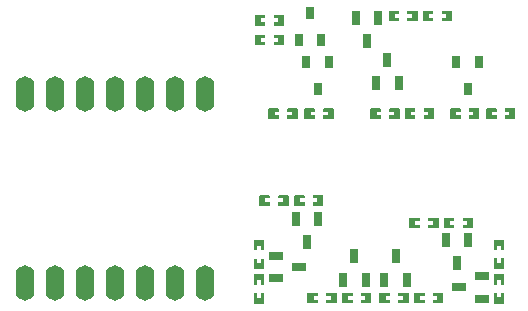
<source format=gtp>
G04 Layer: TopPasteMaskLayer*
G04 EasyEDA v6.5.29, 2023-07-06 22:18:42*
G04 26de12d81895481dba0b46256d096437,4bfb672c99b74c95bcb02992393faf10,10*
G04 Gerber Generator version 0.2*
G04 Scale: 100 percent, Rotated: No, Reflected: No *
G04 Dimensions in millimeters *
G04 leading zeros omitted , absolute positions ,4 integer and 5 decimal *
%FSLAX45Y45*%
%MOMM*%

%ADD10R,0.7000X1.2500*%
%ADD11R,1.2500X0.7000*%
%ADD12R,0.8000X1.0000*%
%ADD13O,1.5999968X2.999994*%
%ADD14C,0.1000*%
%ADD15C,0.0162*%

%LPD*%
G36*
X6866381Y9468408D02*
G01*
X6861352Y9463379D01*
X6861352Y9383420D01*
X6866381Y9378391D01*
X6946341Y9378391D01*
X6951370Y9383420D01*
X6951370Y9406178D01*
X6914388Y9406178D01*
X6914388Y9439198D01*
X6951370Y9439198D01*
X6951370Y9463379D01*
X6946341Y9468408D01*
G37*
G36*
X7026351Y9468408D02*
G01*
X7021372Y9463379D01*
X7021372Y9439198D01*
X7059371Y9439198D01*
X7059371Y9406178D01*
X7021372Y9406178D01*
X7021372Y9383420D01*
X7026351Y9378391D01*
X7105345Y9378391D01*
X7110374Y9383420D01*
X7110374Y9463379D01*
X7105345Y9468408D01*
G37*
G36*
X7757820Y7077506D02*
G01*
X7752791Y7072477D01*
X7752791Y6992518D01*
X7757820Y6987489D01*
X7837779Y6987489D01*
X7842808Y6992518D01*
X7842808Y7072477D01*
X7837779Y7077506D01*
X7815021Y7077506D01*
X7815021Y7040473D01*
X7782001Y7040473D01*
X7782001Y7077506D01*
G37*
G36*
X7757820Y7236510D02*
G01*
X7752791Y7231481D01*
X7752791Y7152487D01*
X7757820Y7147509D01*
X7782001Y7147509D01*
X7782001Y7185507D01*
X7815021Y7185507D01*
X7815021Y7147509D01*
X7837779Y7147509D01*
X7842808Y7152487D01*
X7842808Y7231481D01*
X7837779Y7236510D01*
G37*
G36*
X6225286Y7906308D02*
G01*
X6220256Y7901279D01*
X6220256Y7878521D01*
X6257290Y7878521D01*
X6257290Y7845501D01*
X6220256Y7845501D01*
X6220256Y7821320D01*
X6225286Y7816291D01*
X6305245Y7816291D01*
X6310274Y7821320D01*
X6310274Y7901279D01*
X6305245Y7906308D01*
G37*
G36*
X6066282Y7906308D02*
G01*
X6061252Y7901279D01*
X6061252Y7821320D01*
X6066282Y7816291D01*
X6145276Y7816291D01*
X6150254Y7821320D01*
X6150254Y7845501D01*
X6112256Y7845501D01*
X6112256Y7878521D01*
X6150254Y7878521D01*
X6150254Y7901279D01*
X6145276Y7906308D01*
G37*
G36*
X7156754Y9468408D02*
G01*
X7151725Y9463379D01*
X7151725Y9383420D01*
X7156754Y9378391D01*
X7236714Y9378391D01*
X7241743Y9383420D01*
X7241743Y9406178D01*
X7204709Y9406178D01*
X7204709Y9439198D01*
X7241743Y9439198D01*
X7241743Y9463379D01*
X7236714Y9468408D01*
G37*
G36*
X7316724Y9468408D02*
G01*
X7311745Y9463379D01*
X7311745Y9439198D01*
X7349744Y9439198D01*
X7349744Y9406178D01*
X7311745Y9406178D01*
X7311745Y9383420D01*
X7316724Y9378391D01*
X7395718Y9378391D01*
X7400747Y9383420D01*
X7400747Y9463379D01*
X7395718Y9468408D01*
G37*
G36*
X7757820Y7369606D02*
G01*
X7752791Y7364577D01*
X7752791Y7284618D01*
X7757820Y7279589D01*
X7837779Y7279589D01*
X7842808Y7284618D01*
X7842808Y7364577D01*
X7837779Y7369606D01*
X7815021Y7369606D01*
X7815021Y7332573D01*
X7782001Y7332573D01*
X7782001Y7369606D01*
G37*
G36*
X7757820Y7528610D02*
G01*
X7752791Y7523581D01*
X7752791Y7444587D01*
X7757820Y7439609D01*
X7782001Y7439609D01*
X7782001Y7477607D01*
X7815021Y7477607D01*
X7815021Y7439609D01*
X7837779Y7439609D01*
X7842808Y7444587D01*
X7842808Y7523581D01*
X7837779Y7528610D01*
G37*
G36*
X5932322Y7906308D02*
G01*
X5927293Y7901279D01*
X5927293Y7878521D01*
X5964275Y7878521D01*
X5964275Y7845501D01*
X5927293Y7845501D01*
X5927293Y7821320D01*
X5932322Y7816291D01*
X6012281Y7816291D01*
X6017310Y7821320D01*
X6017310Y7901279D01*
X6012281Y7906308D01*
G37*
G36*
X5773318Y7906308D02*
G01*
X5768289Y7901279D01*
X5768289Y7821320D01*
X5773318Y7816291D01*
X5852312Y7816291D01*
X5857290Y7821320D01*
X5857290Y7845501D01*
X5819292Y7845501D01*
X5819292Y7878521D01*
X5857290Y7878521D01*
X5857290Y7901279D01*
X5852312Y7906308D01*
G37*
G36*
X7691018Y8642908D02*
G01*
X7685989Y8637879D01*
X7685989Y8557920D01*
X7691018Y8552891D01*
X7770977Y8552891D01*
X7776006Y8557920D01*
X7776006Y8580678D01*
X7739024Y8580678D01*
X7739024Y8613698D01*
X7776006Y8613698D01*
X7776006Y8637879D01*
X7770977Y8642908D01*
G37*
G36*
X7850987Y8642908D02*
G01*
X7846009Y8637879D01*
X7846009Y8613698D01*
X7884007Y8613698D01*
X7884007Y8580678D01*
X7846009Y8580678D01*
X7846009Y8557920D01*
X7850987Y8552891D01*
X7929981Y8552891D01*
X7935010Y8557920D01*
X7935010Y8637879D01*
X7929981Y8642908D01*
G37*
G36*
X5734354Y9265208D02*
G01*
X5729325Y9260179D01*
X5729325Y9180220D01*
X5734354Y9175191D01*
X5814314Y9175191D01*
X5819343Y9180220D01*
X5819343Y9202978D01*
X5782310Y9202978D01*
X5782310Y9235998D01*
X5819343Y9235998D01*
X5819343Y9260179D01*
X5814314Y9265208D01*
G37*
G36*
X5894324Y9265208D02*
G01*
X5889345Y9260179D01*
X5889345Y9235998D01*
X5927344Y9235998D01*
X5927344Y9202978D01*
X5889345Y9202978D01*
X5889345Y9180220D01*
X5894324Y9175191D01*
X5973318Y9175191D01*
X5978347Y9180220D01*
X5978347Y9260179D01*
X5973318Y9265208D01*
G37*
G36*
X6154318Y8642908D02*
G01*
X6149289Y8637879D01*
X6149289Y8557920D01*
X6154318Y8552891D01*
X6234277Y8552891D01*
X6239306Y8557920D01*
X6239306Y8580678D01*
X6202324Y8580678D01*
X6202324Y8613698D01*
X6239306Y8613698D01*
X6239306Y8637879D01*
X6234277Y8642908D01*
G37*
G36*
X6314287Y8642908D02*
G01*
X6309309Y8637879D01*
X6309309Y8613698D01*
X6347307Y8613698D01*
X6347307Y8580678D01*
X6309309Y8580678D01*
X6309309Y8557920D01*
X6314287Y8552891D01*
X6393281Y8552891D01*
X6398310Y8557920D01*
X6398310Y8637879D01*
X6393281Y8642908D01*
G37*
G36*
X7386218Y8642908D02*
G01*
X7381189Y8637879D01*
X7381189Y8557920D01*
X7386218Y8552891D01*
X7466177Y8552891D01*
X7471206Y8557920D01*
X7471206Y8580678D01*
X7434224Y8580678D01*
X7434224Y8613698D01*
X7471206Y8613698D01*
X7471206Y8637879D01*
X7466177Y8642908D01*
G37*
G36*
X7546187Y8642908D02*
G01*
X7541209Y8637879D01*
X7541209Y8613698D01*
X7579207Y8613698D01*
X7579207Y8580678D01*
X7541209Y8580678D01*
X7541209Y8557920D01*
X7546187Y8552891D01*
X7625181Y8552891D01*
X7630210Y8557920D01*
X7630210Y8637879D01*
X7625181Y8642908D01*
G37*
G36*
X5893358Y9430308D02*
G01*
X5888329Y9425279D01*
X5888329Y9402521D01*
X5925312Y9402521D01*
X5925312Y9369501D01*
X5888329Y9369501D01*
X5888329Y9345320D01*
X5893358Y9340291D01*
X5973318Y9340291D01*
X5978347Y9345320D01*
X5978347Y9425279D01*
X5973318Y9430308D01*
G37*
G36*
X5734354Y9430308D02*
G01*
X5729325Y9425279D01*
X5729325Y9345320D01*
X5734354Y9340291D01*
X5813348Y9340291D01*
X5818327Y9345320D01*
X5818327Y9369501D01*
X5780328Y9369501D01*
X5780328Y9402521D01*
X5818327Y9402521D01*
X5818327Y9425279D01*
X5813348Y9430308D01*
G37*
G36*
X5849518Y8642908D02*
G01*
X5844489Y8637879D01*
X5844489Y8557920D01*
X5849518Y8552891D01*
X5929477Y8552891D01*
X5934506Y8557920D01*
X5934506Y8580678D01*
X5897524Y8580678D01*
X5897524Y8613698D01*
X5934506Y8613698D01*
X5934506Y8637879D01*
X5929477Y8642908D01*
G37*
G36*
X6009487Y8642908D02*
G01*
X6004509Y8637879D01*
X6004509Y8613698D01*
X6042507Y8613698D01*
X6042507Y8580678D01*
X6004509Y8580678D01*
X6004509Y8557920D01*
X6009487Y8552891D01*
X6088481Y8552891D01*
X6093510Y8557920D01*
X6093510Y8637879D01*
X6088481Y8642908D01*
G37*
G36*
X5725820Y7528610D02*
G01*
X5720791Y7523581D01*
X5720791Y7443622D01*
X5725820Y7438593D01*
X5748578Y7438593D01*
X5748578Y7475626D01*
X5781598Y7475626D01*
X5781598Y7438593D01*
X5805779Y7438593D01*
X5810808Y7443622D01*
X5810808Y7523581D01*
X5805779Y7528610D01*
G37*
G36*
X5725820Y7368590D02*
G01*
X5720791Y7363612D01*
X5720791Y7284618D01*
X5725820Y7279589D01*
X5805779Y7279589D01*
X5810808Y7284618D01*
X5810808Y7363612D01*
X5805779Y7368590D01*
X5781598Y7368590D01*
X5781598Y7330592D01*
X5748578Y7330592D01*
X5748578Y7368590D01*
G37*
G36*
X6179718Y7080808D02*
G01*
X6174689Y7075779D01*
X6174689Y6995820D01*
X6179718Y6990791D01*
X6259677Y6990791D01*
X6264706Y6995820D01*
X6264706Y7018578D01*
X6227724Y7018578D01*
X6227724Y7051598D01*
X6264706Y7051598D01*
X6264706Y7075779D01*
X6259677Y7080808D01*
G37*
G36*
X6339687Y7080808D02*
G01*
X6334709Y7075779D01*
X6334709Y7051598D01*
X6372707Y7051598D01*
X6372707Y7018578D01*
X6334709Y7018578D01*
X6334709Y6995820D01*
X6339687Y6990791D01*
X6418681Y6990791D01*
X6423710Y6995820D01*
X6423710Y7075779D01*
X6418681Y7080808D01*
G37*
G36*
X6789318Y7080808D02*
G01*
X6784289Y7075779D01*
X6784289Y6995820D01*
X6789318Y6990791D01*
X6869277Y6990791D01*
X6874306Y6995820D01*
X6874306Y7018578D01*
X6837324Y7018578D01*
X6837324Y7051598D01*
X6874306Y7051598D01*
X6874306Y7075779D01*
X6869277Y7080808D01*
G37*
G36*
X6949287Y7080808D02*
G01*
X6944309Y7075779D01*
X6944309Y7051598D01*
X6982307Y7051598D01*
X6982307Y7018578D01*
X6944309Y7018578D01*
X6944309Y6995820D01*
X6949287Y6990791D01*
X7028281Y6990791D01*
X7033310Y6995820D01*
X7033310Y7075779D01*
X7028281Y7080808D01*
G37*
G36*
X5725820Y7236510D02*
G01*
X5720791Y7231481D01*
X5720791Y7151522D01*
X5725820Y7146493D01*
X5748578Y7146493D01*
X5748578Y7183526D01*
X5781598Y7183526D01*
X5781598Y7146493D01*
X5805779Y7146493D01*
X5810808Y7151522D01*
X5810808Y7231481D01*
X5805779Y7236510D01*
G37*
G36*
X5725820Y7076490D02*
G01*
X5720791Y7071512D01*
X5720791Y6992518D01*
X5725820Y6987489D01*
X5805779Y6987489D01*
X5810808Y6992518D01*
X5810808Y7071512D01*
X5805779Y7076490D01*
X5781598Y7076490D01*
X5781598Y7038492D01*
X5748578Y7038492D01*
X5748578Y7076490D01*
G37*
G36*
X6471818Y7080808D02*
G01*
X6466789Y7075779D01*
X6466789Y6995820D01*
X6471818Y6990791D01*
X6551777Y6990791D01*
X6556806Y6995820D01*
X6556806Y7018578D01*
X6519824Y7018578D01*
X6519824Y7051598D01*
X6556806Y7051598D01*
X6556806Y7075779D01*
X6551777Y7080808D01*
G37*
G36*
X6631787Y7080808D02*
G01*
X6626809Y7075779D01*
X6626809Y7051598D01*
X6664807Y7051598D01*
X6664807Y7018578D01*
X6626809Y7018578D01*
X6626809Y6995820D01*
X6631787Y6990791D01*
X6710781Y6990791D01*
X6715810Y6995820D01*
X6715810Y7075779D01*
X6710781Y7080808D01*
G37*
G36*
X7081418Y7080808D02*
G01*
X7076389Y7075779D01*
X7076389Y6995820D01*
X7081418Y6990791D01*
X7161377Y6990791D01*
X7166406Y6995820D01*
X7166406Y7018578D01*
X7129424Y7018578D01*
X7129424Y7051598D01*
X7166406Y7051598D01*
X7166406Y7075779D01*
X7161377Y7080808D01*
G37*
G36*
X7241387Y7080808D02*
G01*
X7236409Y7075779D01*
X7236409Y7051598D01*
X7274407Y7051598D01*
X7274407Y7018578D01*
X7236409Y7018578D01*
X7236409Y6995820D01*
X7241387Y6990791D01*
X7320381Y6990791D01*
X7325410Y6995820D01*
X7325410Y7075779D01*
X7320381Y7080808D01*
G37*
G36*
X7494422Y7715808D02*
G01*
X7489393Y7710779D01*
X7489393Y7688021D01*
X7526375Y7688021D01*
X7526375Y7655001D01*
X7489393Y7655001D01*
X7489393Y7630820D01*
X7494422Y7625791D01*
X7574381Y7625791D01*
X7579410Y7630820D01*
X7579410Y7710779D01*
X7574381Y7715808D01*
G37*
G36*
X7335418Y7715808D02*
G01*
X7330389Y7710779D01*
X7330389Y7630820D01*
X7335418Y7625791D01*
X7414412Y7625791D01*
X7419390Y7630820D01*
X7419390Y7655001D01*
X7381392Y7655001D01*
X7381392Y7688021D01*
X7419390Y7688021D01*
X7419390Y7710779D01*
X7414412Y7715808D01*
G37*
G36*
X6712254Y8642908D02*
G01*
X6707225Y8637879D01*
X6707225Y8557920D01*
X6712254Y8552891D01*
X6792214Y8552891D01*
X6797243Y8557920D01*
X6797243Y8580678D01*
X6760209Y8580678D01*
X6760209Y8613698D01*
X6797243Y8613698D01*
X6797243Y8637879D01*
X6792214Y8642908D01*
G37*
G36*
X6872224Y8642908D02*
G01*
X6867245Y8637879D01*
X6867245Y8613698D01*
X6905244Y8613698D01*
X6905244Y8580678D01*
X6867245Y8580678D01*
X6867245Y8557920D01*
X6872224Y8552891D01*
X6951218Y8552891D01*
X6956247Y8557920D01*
X6956247Y8637879D01*
X6951218Y8642908D01*
G37*
G36*
X7202322Y7715808D02*
G01*
X7197293Y7710779D01*
X7197293Y7688021D01*
X7234275Y7688021D01*
X7234275Y7655001D01*
X7197293Y7655001D01*
X7197293Y7630820D01*
X7202322Y7625791D01*
X7282281Y7625791D01*
X7287310Y7630820D01*
X7287310Y7710779D01*
X7282281Y7715808D01*
G37*
G36*
X7043318Y7715808D02*
G01*
X7038289Y7710779D01*
X7038289Y7630820D01*
X7043318Y7625791D01*
X7122312Y7625791D01*
X7127290Y7630820D01*
X7127290Y7655001D01*
X7089292Y7655001D01*
X7089292Y7688021D01*
X7127290Y7688021D01*
X7127290Y7710779D01*
X7122312Y7715808D01*
G37*
G36*
X7004354Y8642908D02*
G01*
X6999325Y8637879D01*
X6999325Y8557920D01*
X7004354Y8552891D01*
X7084314Y8552891D01*
X7089343Y8557920D01*
X7089343Y8580678D01*
X7052309Y8580678D01*
X7052309Y8613698D01*
X7089343Y8613698D01*
X7089343Y8637879D01*
X7084314Y8642908D01*
G37*
G36*
X7164324Y8642908D02*
G01*
X7159345Y8637879D01*
X7159345Y8613698D01*
X7197344Y8613698D01*
X7197344Y8580678D01*
X7159345Y8580678D01*
X7159345Y8557920D01*
X7164324Y8552891D01*
X7243318Y8552891D01*
X7248347Y8557920D01*
X7248347Y8637879D01*
X7243318Y8642908D01*
G37*
D10*
G01*
X6775195Y9409099D03*
G01*
X6585204Y9409099D03*
G01*
X6680200Y9209100D03*
D11*
G01*
X7656499Y7029704D03*
G01*
X7656499Y7219701D03*
G01*
X7456500Y7124700D03*
D10*
G01*
X6267195Y7705699D03*
G01*
X6077204Y7705699D03*
G01*
X6172200Y7505700D03*
D12*
G01*
X7436098Y9030395D03*
G01*
X7531094Y8800398D03*
G01*
X7626090Y9030395D03*
G01*
X6292601Y9219504D03*
G01*
X6197605Y9449501D03*
G01*
X6102609Y9219504D03*
G01*
X6166098Y9030395D03*
G01*
X6261094Y8800398D03*
G01*
X6356090Y9030395D03*
D13*
G01*
X4546600Y7162901D03*
G01*
X4292600Y7162901D03*
G01*
X4038600Y7162901D03*
G01*
X3784600Y7162901D03*
G01*
X4800600Y7162901D03*
G01*
X5054600Y7162901D03*
G01*
X5308600Y7162901D03*
G01*
X4546600Y8762898D03*
G01*
X3784600Y8762898D03*
G01*
X4038600Y8762898D03*
G01*
X4292600Y8762898D03*
G01*
X4800600Y8762898D03*
G01*
X5054600Y8762898D03*
G01*
X5308600Y8762898D03*
D14*
G01*
X4191000Y8089900D03*
G01*
X4191000Y7835900D03*
G01*
X3937000Y7835900D03*
G01*
X3937000Y8089900D03*
G01*
X3683000Y8089900D03*
G01*
X3683000Y7835900D03*
D11*
G01*
X5905500Y7390892D03*
G01*
X5905500Y7200900D03*
G01*
X6105499Y7295895D03*
D10*
G01*
X6477000Y7188200D03*
G01*
X6666991Y7188200D03*
G01*
X6571995Y7388199D03*
G01*
X6826504Y7189800D03*
G01*
X7016495Y7189800D03*
G01*
X6921500Y7389799D03*
G01*
X7537195Y7529499D03*
G01*
X7347204Y7529499D03*
G01*
X7442200Y7329500D03*
G01*
X6756400Y8851900D03*
G01*
X6946391Y8851900D03*
G01*
X6851395Y9051899D03*
M02*

</source>
